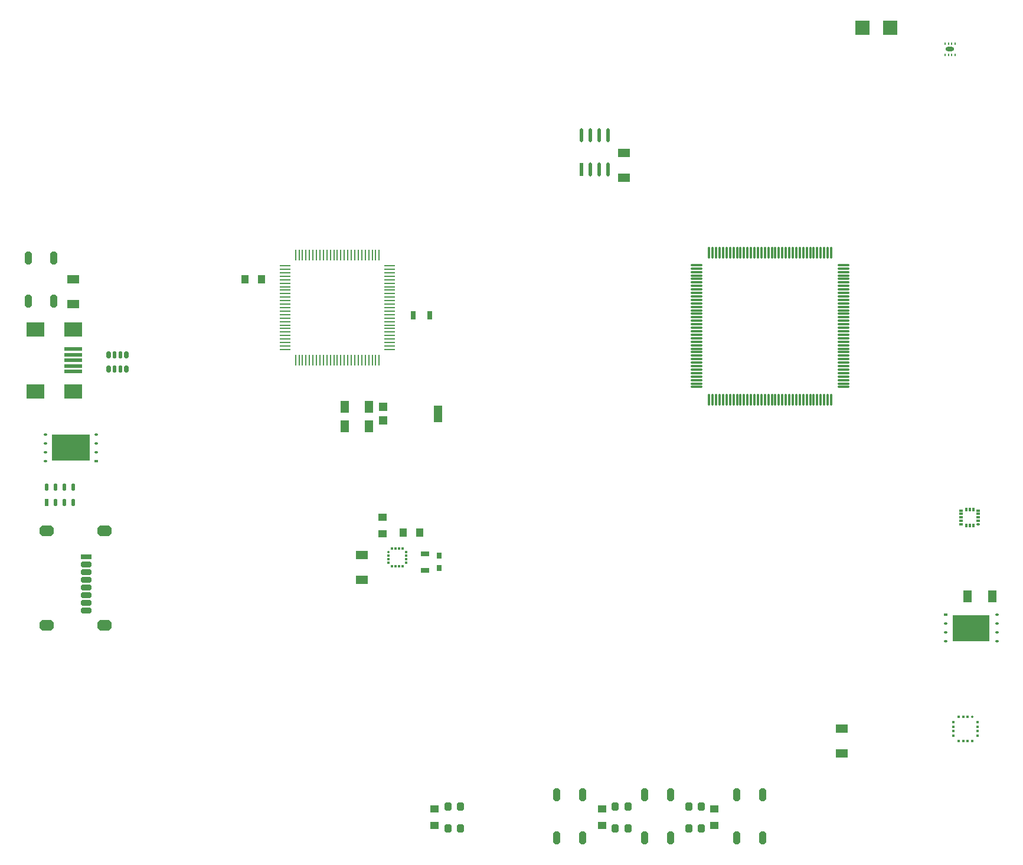
<source format=gtp>
%FSLAX25Y25*%
%MOIN*%
G70*
G01*
G75*
G04 Layer_Color=8421504*
%ADD10C,0.01000*%
%ADD11C,0.00689*%
%ADD12C,0.00669*%
%ADD13C,0.00827*%
%ADD14C,0.01575*%
%ADD15C,0.00787*%
%ADD16O,0.07087X0.01181*%
%ADD17O,0.01181X0.07087*%
%ADD18R,0.04921X0.06693*%
%ADD19R,0.09843X0.07874*%
%ADD20R,0.09843X0.01969*%
%ADD21O,0.04724X0.02362*%
%ADD22R,0.00984X0.01378*%
%ADD23O,0.00984X0.01378*%
%ADD24R,0.04724X0.04724*%
%ADD25R,0.04724X0.09449*%
G04:AMPARAMS|DCode=26|XSize=70.87mil|YSize=43.31mil|CornerRadius=0mil|HoleSize=0mil|Usage=FLASHONLY|Rotation=270.000|XOffset=0mil|YOffset=0mil|HoleType=Round|Shape=Octagon|*
%AMOCTAGOND26*
4,1,8,-0.01083,-0.03543,0.01083,-0.03543,0.02165,-0.02461,0.02165,0.02461,0.01083,0.03543,-0.01083,0.03543,-0.02165,0.02461,-0.02165,-0.02461,-0.01083,-0.03543,0.0*
%
%ADD26OCTAGOND26*%

%ADD27R,0.05118X0.04134*%
%ADD28R,0.04134X0.05118*%
G04:AMPARAMS|DCode=29|XSize=39.37mil|YSize=25.59mil|CornerRadius=0mil|HoleSize=0mil|Usage=FLASHONLY|Rotation=270.000|XOffset=0mil|YOffset=0mil|HoleType=Round|Shape=Octagon|*
%AMOCTAGOND29*
4,1,8,-0.00640,-0.01969,0.00640,-0.01969,0.01280,-0.01329,0.01280,0.01329,0.00640,0.01969,-0.00640,0.01969,-0.01280,0.01329,-0.01280,-0.01329,-0.00640,-0.01969,0.0*
%
%ADD29OCTAGOND29*%

G04:AMPARAMS|DCode=30|XSize=39.37mil|YSize=19.69mil|CornerRadius=0mil|HoleSize=0mil|Usage=FLASHONLY|Rotation=270.000|XOffset=0mil|YOffset=0mil|HoleType=Round|Shape=Octagon|*
%AMOCTAGOND30*
4,1,8,-0.00492,-0.01969,0.00492,-0.01969,0.00984,-0.01476,0.00984,0.01476,0.00492,0.01969,-0.00492,0.01969,-0.00984,0.01476,-0.00984,-0.01476,-0.00492,-0.01969,0.0*
%
%ADD30OCTAGOND30*%

%ADD31R,0.05906X0.03150*%
G04:AMPARAMS|DCode=32|XSize=59.06mil|YSize=31.5mil|CornerRadius=0mil|HoleSize=0mil|Usage=FLASHONLY|Rotation=180.000|XOffset=0mil|YOffset=0mil|HoleType=Round|Shape=Octagon|*
%AMOCTAGOND32*
4,1,8,-0.02953,0.00787,-0.02953,-0.00787,-0.02165,-0.01575,0.02165,-0.01575,0.02953,-0.00787,0.02953,0.00787,0.02165,0.01575,-0.02165,0.01575,-0.02953,0.00787,0.0*
%
%ADD32OCTAGOND32*%

G04:AMPARAMS|DCode=33|XSize=78.74mil|YSize=57.09mil|CornerRadius=0mil|HoleSize=0mil|Usage=FLASHONLY|Rotation=180.000|XOffset=0mil|YOffset=0mil|HoleType=Round|Shape=Octagon|*
%AMOCTAGOND33*
4,1,8,-0.03937,0.01427,-0.03937,-0.01427,-0.02510,-0.02854,0.02510,-0.02854,0.03937,-0.01427,0.03937,0.01427,0.02510,0.02854,-0.02510,0.02854,-0.03937,0.01427,0.0*
%
%ADD33OCTAGOND33*%

G04:AMPARAMS|DCode=34|XSize=47.24mil|YSize=39.37mil|CornerRadius=0mil|HoleSize=0mil|Usage=FLASHONLY|Rotation=90.000|XOffset=0mil|YOffset=0mil|HoleType=Round|Shape=Octagon|*
%AMOCTAGOND34*
4,1,8,0.00984,0.02362,-0.00984,0.02362,-0.01969,0.01378,-0.01969,-0.01378,-0.00984,-0.02362,0.00984,-0.02362,0.01969,-0.01378,0.01969,0.01378,0.00984,0.02362,0.0*
%
%ADD34OCTAGOND34*%

%ADD35O,0.02087X0.07795*%
%ADD36R,0.02087X0.07795*%
%ADD37O,0.06102X0.00984*%
%ADD38O,0.00984X0.06102*%
%ADD39O,0.01772X0.01181*%
%ADD40R,0.01772X0.01181*%
%ADD41R,0.01181X0.01772*%
%ADD42R,0.02165X0.04134*%
%ADD43O,0.02165X0.04134*%
%ADD44R,0.01969X0.01575*%
%ADD45O,0.01969X0.01575*%
%ADD46O,0.02232X0.01181*%
%ADD47R,0.02232X0.01181*%
%ADD48R,0.01181X0.02232*%
%ADD49O,0.01181X0.01575*%
%ADD50R,0.01181X0.01575*%
%ADD51R,0.01575X0.01181*%
%ADD52R,0.07874X0.07874*%
%ADD53R,0.06693X0.04921*%
%ADD54R,0.03150X0.04724*%
%ADD55R,0.03150X0.03543*%
%ADD56R,0.04724X0.03150*%
%ADD57C,0.00650*%
%ADD58C,0.01969*%
%ADD59C,0.02362*%
%ADD60R,0.23000X0.17000*%
%ADD61R,0.05906X0.05906*%
%ADD62C,0.05906*%
%ADD63R,0.04724X0.04724*%
%ADD64C,0.04724*%
%ADD65C,0.07087*%
%ADD66R,0.07087X0.07087*%
%ADD67R,0.05906X0.05906*%
%ADD68C,0.06496*%
%ADD69R,0.06299X0.06299*%
%ADD70C,0.06299*%
%ADD71O,0.07874X0.09843*%
%ADD72C,0.07874*%
%ADD73R,0.04921X0.04921*%
%ADD74C,0.04921*%
%ADD75R,0.04921X0.04921*%
%ADD76C,0.19685*%
%ADD77C,0.02701*%
%ADD78C,0.05000*%
%ADD79C,0.03937*%
%ADD80C,0.07874*%
%ADD81C,0.02756*%
%ADD82C,0.02953*%
%ADD83C,0.05394*%
%ADD84R,0.02756X0.03150*%
%ADD85R,0.19685X0.28543*%
%ADD86R,0.08268X0.05118*%
%ADD87O,0.08268X0.05118*%
%ADD88R,0.23622X0.07874*%
%ADD89R,0.25598X0.30299*%
%ADD90R,0.04685X0.09055*%
G04:AMPARAMS|DCode=91|XSize=39.37mil|YSize=25.59mil|CornerRadius=0mil|HoleSize=0mil|Usage=FLASHONLY|Rotation=0.000|XOffset=0mil|YOffset=0mil|HoleType=Round|Shape=Octagon|*
%AMOCTAGOND91*
4,1,8,0.01969,-0.00640,0.01969,0.00640,0.01329,0.01280,-0.01329,0.01280,-0.01969,0.00640,-0.01969,-0.00640,-0.01329,-0.01280,0.01329,-0.01280,0.01969,-0.00640,0.0*
%
%ADD91OCTAGOND91*%

G04:AMPARAMS|DCode=92|XSize=39.37mil|YSize=19.69mil|CornerRadius=0mil|HoleSize=0mil|Usage=FLASHONLY|Rotation=0.000|XOffset=0mil|YOffset=0mil|HoleType=Round|Shape=Octagon|*
%AMOCTAGOND92*
4,1,8,0.01969,-0.00492,0.01969,0.00492,0.01476,0.00984,-0.01476,0.00984,-0.01969,0.00492,-0.01969,-0.00492,-0.01476,-0.00984,0.01476,-0.00984,0.01969,-0.00492,0.0*
%
%ADD92OCTAGOND92*%

%ADD93O,0.04095X0.01969*%
%ADD94R,0.04095X0.01969*%
%ADD95R,0.11000X0.15000*%
%ADD96C,0.04921*%
%ADD97C,0.00984*%
%ADD98C,0.00394*%
%ADD99C,0.00197*%
%ADD100C,0.00800*%
%ADD101C,0.00591*%
%ADD102R,0.21300X0.15037*%
%ADD103R,0.21000X0.15000*%
D16*
X384850Y263165D02*
D03*
Y265134D02*
D03*
Y267102D02*
D03*
Y269071D02*
D03*
Y271039D02*
D03*
Y273008D02*
D03*
Y274976D02*
D03*
Y276945D02*
D03*
Y278913D02*
D03*
Y280882D02*
D03*
Y282850D02*
D03*
Y284819D02*
D03*
Y286787D02*
D03*
Y288756D02*
D03*
Y290724D02*
D03*
Y292693D02*
D03*
Y294661D02*
D03*
Y296630D02*
D03*
Y298598D02*
D03*
Y300567D02*
D03*
Y302535D02*
D03*
Y304504D02*
D03*
Y306472D02*
D03*
Y308441D02*
D03*
Y310409D02*
D03*
Y312378D02*
D03*
Y314346D02*
D03*
Y316315D02*
D03*
Y318283D02*
D03*
Y320252D02*
D03*
Y322220D02*
D03*
Y324189D02*
D03*
Y326157D02*
D03*
Y328126D02*
D03*
Y330094D02*
D03*
Y332063D02*
D03*
X467921D02*
D03*
Y330094D02*
D03*
Y328126D02*
D03*
Y326157D02*
D03*
Y324189D02*
D03*
Y322220D02*
D03*
Y320252D02*
D03*
Y318283D02*
D03*
Y316315D02*
D03*
Y314346D02*
D03*
Y312378D02*
D03*
Y310409D02*
D03*
Y308441D02*
D03*
Y306472D02*
D03*
Y304504D02*
D03*
Y302535D02*
D03*
Y300567D02*
D03*
Y298598D02*
D03*
Y296630D02*
D03*
Y294661D02*
D03*
Y292693D02*
D03*
Y290724D02*
D03*
Y288756D02*
D03*
Y286787D02*
D03*
Y284819D02*
D03*
Y282850D02*
D03*
Y280882D02*
D03*
Y278913D02*
D03*
Y276945D02*
D03*
Y274976D02*
D03*
Y273008D02*
D03*
Y271039D02*
D03*
Y269071D02*
D03*
Y267102D02*
D03*
Y265134D02*
D03*
Y263165D02*
D03*
D17*
X391937Y339149D02*
D03*
X393905D02*
D03*
X395874D02*
D03*
X397842D02*
D03*
X399811D02*
D03*
X401779D02*
D03*
X403748D02*
D03*
X405716D02*
D03*
X407685D02*
D03*
X409653D02*
D03*
X411622D02*
D03*
X413590D02*
D03*
X415559D02*
D03*
X417527D02*
D03*
X419496D02*
D03*
X421464D02*
D03*
X423433D02*
D03*
X425401D02*
D03*
X427370D02*
D03*
X429338D02*
D03*
X431307D02*
D03*
X433275D02*
D03*
X435244D02*
D03*
X437212D02*
D03*
X439181D02*
D03*
X441149D02*
D03*
X443118D02*
D03*
X445086D02*
D03*
X447055D02*
D03*
X449023D02*
D03*
X450992D02*
D03*
X452960D02*
D03*
X454929D02*
D03*
X456897D02*
D03*
X458866D02*
D03*
X460835D02*
D03*
Y256079D02*
D03*
X458866D02*
D03*
X456897D02*
D03*
X454929D02*
D03*
X452960D02*
D03*
X450992D02*
D03*
X449023D02*
D03*
X447055D02*
D03*
X445086D02*
D03*
X443118D02*
D03*
X441149D02*
D03*
X439181D02*
D03*
X437212D02*
D03*
X435244D02*
D03*
X433275D02*
D03*
X431307D02*
D03*
X429338D02*
D03*
X427370D02*
D03*
X425401D02*
D03*
X423433D02*
D03*
X421464D02*
D03*
X419496D02*
D03*
X417527D02*
D03*
X415559D02*
D03*
X413590D02*
D03*
X411622D02*
D03*
X409653D02*
D03*
X407685D02*
D03*
X405716D02*
D03*
X403748D02*
D03*
X401779D02*
D03*
X399811D02*
D03*
X397842D02*
D03*
X395874D02*
D03*
X393905D02*
D03*
X391937D02*
D03*
D18*
X199993Y240998D02*
D03*
X186017D02*
D03*
X199994Y251998D02*
D03*
X186017D02*
D03*
X538012Y145000D02*
D03*
X551988D02*
D03*
D19*
X11437Y295819D02*
D03*
Y260780D02*
D03*
X32697Y295819D02*
D03*
Y260780D02*
D03*
D20*
Y284598D02*
D03*
Y281449D02*
D03*
Y278299D02*
D03*
Y275150D02*
D03*
Y272000D02*
D03*
D21*
X528000Y453851D02*
D03*
D22*
X525047Y450602D02*
D03*
D23*
X527016D02*
D03*
X528984D02*
D03*
X530953D02*
D03*
X525047Y457098D02*
D03*
X527016D02*
D03*
X528984D02*
D03*
X530953D02*
D03*
D24*
X207887Y252053D02*
D03*
Y244179D02*
D03*
D25*
X238989Y248116D02*
D03*
D26*
X22000Y336000D02*
D03*
X7433D02*
D03*
X22000Y311591D02*
D03*
X7433D02*
D03*
X407500Y8500D02*
D03*
X422067D02*
D03*
X407500Y32910D02*
D03*
X422067D02*
D03*
X355500Y8500D02*
D03*
X370067D02*
D03*
X355500Y32910D02*
D03*
X370067D02*
D03*
X306000Y8500D02*
D03*
X320567D02*
D03*
X306000Y32910D02*
D03*
X320567D02*
D03*
D27*
X237000Y15624D02*
D03*
Y24876D02*
D03*
X207382Y189508D02*
D03*
Y180256D02*
D03*
X395000Y15624D02*
D03*
Y24876D02*
D03*
X331500D02*
D03*
Y15624D02*
D03*
D28*
X129879Y323998D02*
D03*
X139131D02*
D03*
X228508Y180882D02*
D03*
X219256D02*
D03*
D29*
X62902Y281319D02*
D03*
X52862D02*
D03*
X62902Y273445D02*
D03*
X52862D02*
D03*
D30*
X59457Y281319D02*
D03*
X56307D02*
D03*
X59457Y273445D02*
D03*
X56307D02*
D03*
D31*
X40311Y167315D02*
D03*
D32*
Y162984D02*
D03*
Y158654D02*
D03*
Y154323D02*
D03*
Y149992D02*
D03*
Y145661D02*
D03*
Y141331D02*
D03*
Y137000D02*
D03*
D33*
X50547Y128500D02*
D03*
Y181886D02*
D03*
X17870Y128500D02*
D03*
Y181886D02*
D03*
D34*
X251543Y14148D02*
D03*
X244457Y26352D02*
D03*
X251543D02*
D03*
X244457Y14148D02*
D03*
X387543D02*
D03*
X380457Y26352D02*
D03*
X387543D02*
D03*
X380457Y14148D02*
D03*
X346043D02*
D03*
X338957Y26353D02*
D03*
X346043D02*
D03*
X338957Y14148D02*
D03*
D35*
X335000Y405252D02*
D03*
X330000D02*
D03*
X325000D02*
D03*
X320000D02*
D03*
X335000Y385843D02*
D03*
X330000D02*
D03*
X325000D02*
D03*
D36*
X320000D02*
D03*
D37*
X211631Y331620D02*
D03*
Y329651D02*
D03*
Y327683D02*
D03*
Y325714D02*
D03*
Y323746D02*
D03*
Y321778D02*
D03*
Y319809D02*
D03*
Y317841D02*
D03*
Y315872D02*
D03*
Y313903D02*
D03*
Y311935D02*
D03*
Y309966D02*
D03*
Y307998D02*
D03*
Y306030D02*
D03*
Y304061D02*
D03*
Y302093D02*
D03*
Y300124D02*
D03*
Y298155D02*
D03*
Y296187D02*
D03*
Y294218D02*
D03*
Y292250D02*
D03*
Y290282D02*
D03*
Y288313D02*
D03*
Y286345D02*
D03*
Y284376D02*
D03*
X152379D02*
D03*
Y286345D02*
D03*
Y288313D02*
D03*
Y290282D02*
D03*
Y292250D02*
D03*
Y294218D02*
D03*
Y296187D02*
D03*
Y298155D02*
D03*
Y300124D02*
D03*
Y302093D02*
D03*
Y304061D02*
D03*
Y306030D02*
D03*
Y307998D02*
D03*
Y309966D02*
D03*
Y311935D02*
D03*
Y313903D02*
D03*
Y315872D02*
D03*
Y317841D02*
D03*
Y319809D02*
D03*
Y321778D02*
D03*
Y323746D02*
D03*
Y325714D02*
D03*
Y327683D02*
D03*
Y329651D02*
D03*
Y331620D02*
D03*
D38*
X205627Y278372D02*
D03*
X203659D02*
D03*
X201690D02*
D03*
X199722D02*
D03*
X197753D02*
D03*
X195785D02*
D03*
X193816D02*
D03*
X191848D02*
D03*
X189879D02*
D03*
X187911D02*
D03*
X185942D02*
D03*
X183974D02*
D03*
X182005D02*
D03*
X180037D02*
D03*
X178068D02*
D03*
X176100D02*
D03*
X174131D02*
D03*
X172163D02*
D03*
X170194D02*
D03*
X168226D02*
D03*
X166257D02*
D03*
X164289D02*
D03*
X162320D02*
D03*
X160352D02*
D03*
X158383D02*
D03*
Y337624D02*
D03*
X160352D02*
D03*
X162320D02*
D03*
X164289D02*
D03*
X166257D02*
D03*
X168226D02*
D03*
X170194D02*
D03*
X172163D02*
D03*
X174131D02*
D03*
X176100D02*
D03*
X178068D02*
D03*
X180037D02*
D03*
X182005D02*
D03*
X183974D02*
D03*
X185942D02*
D03*
X187911D02*
D03*
X189879D02*
D03*
X191848D02*
D03*
X193816D02*
D03*
X195785D02*
D03*
X197753D02*
D03*
X199722D02*
D03*
X201690D02*
D03*
X203659D02*
D03*
X205627D02*
D03*
D39*
X210882Y169882D02*
D03*
D40*
Y167913D02*
D03*
Y165945D02*
D03*
Y163977D02*
D03*
X220921D02*
D03*
Y165945D02*
D03*
Y167913D02*
D03*
Y169882D02*
D03*
D41*
X212949Y161909D02*
D03*
X214917D02*
D03*
X216886D02*
D03*
X218854D02*
D03*
Y171949D02*
D03*
X216886D02*
D03*
X214917D02*
D03*
X212949D02*
D03*
D42*
X18000Y198150D02*
D03*
D43*
X22921D02*
D03*
X27843D02*
D03*
X32764D02*
D03*
X18000Y206614D02*
D03*
X22921D02*
D03*
X27843D02*
D03*
X32764D02*
D03*
D44*
X45988Y221382D02*
D03*
X525630Y134500D02*
D03*
D45*
X45988Y226382D02*
D03*
Y231382D02*
D03*
Y236382D02*
D03*
X17248Y221382D02*
D03*
Y226382D02*
D03*
Y231382D02*
D03*
Y236382D02*
D03*
X525630Y129500D02*
D03*
Y124500D02*
D03*
Y119500D02*
D03*
X554370Y134500D02*
D03*
Y129500D02*
D03*
Y124500D02*
D03*
Y119500D02*
D03*
D46*
X543907Y185607D02*
D03*
D47*
Y187576D02*
D03*
Y189544D02*
D03*
Y191513D02*
D03*
Y193481D02*
D03*
X534329D02*
D03*
Y191513D02*
D03*
Y189544D02*
D03*
Y187576D02*
D03*
Y185607D02*
D03*
D48*
X541086Y194007D02*
D03*
X539118D02*
D03*
X537149D02*
D03*
Y185080D02*
D03*
X539118D02*
D03*
X541086D02*
D03*
D49*
X540500Y77000D02*
D03*
D50*
X537941D02*
D03*
X535382D02*
D03*
X532823D02*
D03*
Y63221D02*
D03*
X535382D02*
D03*
X537941D02*
D03*
X540500D02*
D03*
D51*
X529772Y73949D02*
D03*
Y71390D02*
D03*
Y68831D02*
D03*
Y66272D02*
D03*
X543551D02*
D03*
Y68831D02*
D03*
Y71390D02*
D03*
Y73949D02*
D03*
D52*
X494256Y466118D02*
D03*
X478508D02*
D03*
D53*
X344000Y395331D02*
D03*
Y381354D02*
D03*
X466786Y70439D02*
D03*
Y56463D02*
D03*
X195882Y154394D02*
D03*
Y168370D02*
D03*
X33000Y310012D02*
D03*
Y323988D02*
D03*
D54*
X234230Y303498D02*
D03*
X224781D02*
D03*
D55*
X239500Y168043D02*
D03*
Y160957D02*
D03*
D56*
X231382Y159658D02*
D03*
Y169106D02*
D03*
D102*
X31650Y228982D02*
D03*
D103*
X540000Y127000D02*
D03*
M02*

</source>
